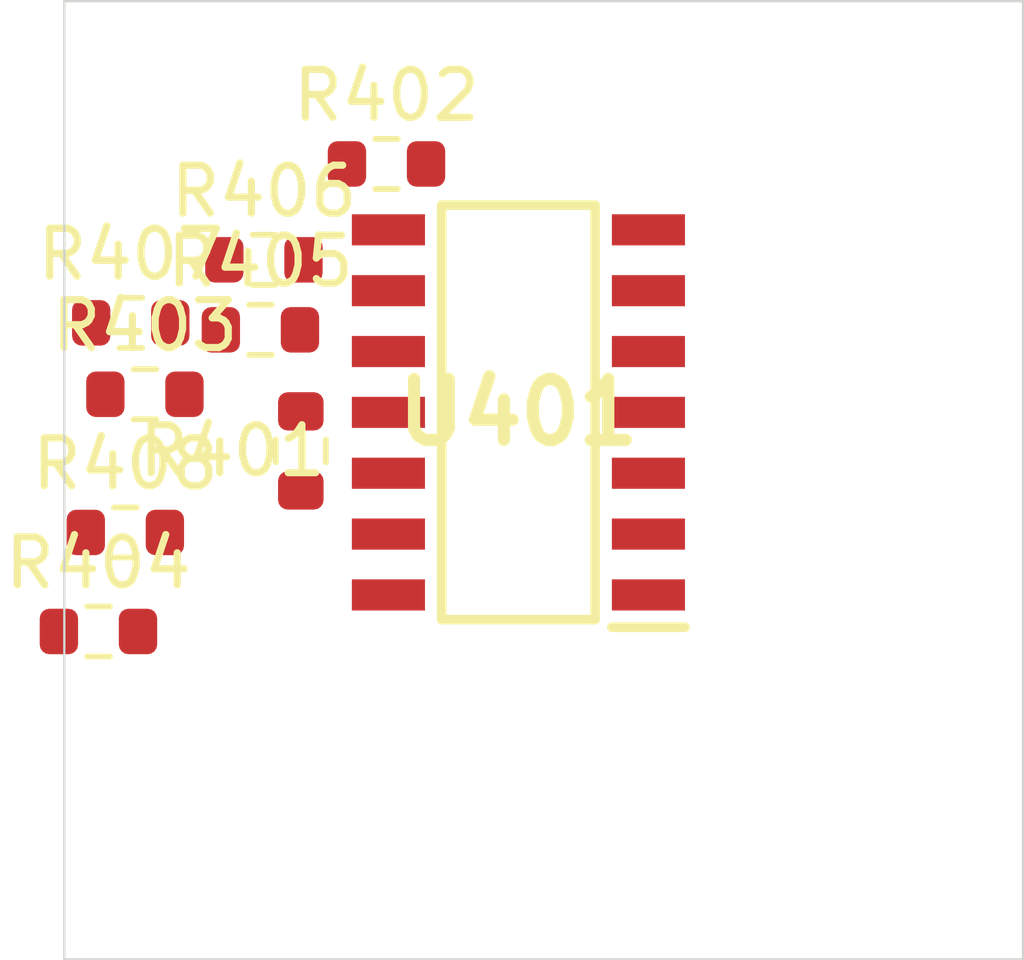
<source format=kicad_pcb>
 ( kicad_pcb  ( version 20171130 )
 ( host pcbnew 5.1.12-84ad8e8a86~92~ubuntu18.04.1 )
 ( general  ( thickness 1.6 )
 ( drawings 4 )
 ( tracks 0 )
 ( zones 0 )
 ( modules 9 )
 ( nets 14 )
)
 ( page A4 )
 ( layers  ( 0 F.Cu signal )
 ( 31 B.Cu signal )
 ( 32 B.Adhes user )
 ( 33 F.Adhes user )
 ( 34 B.Paste user )
 ( 35 F.Paste user )
 ( 36 B.SilkS user )
 ( 37 F.SilkS user )
 ( 38 B.Mask user )
 ( 39 F.Mask user )
 ( 40 Dwgs.User user )
 ( 41 Cmts.User user )
 ( 42 Eco1.User user )
 ( 43 Eco2.User user )
 ( 44 Edge.Cuts user )
 ( 45 Margin user )
 ( 46 B.CrtYd user )
 ( 47 F.CrtYd user )
 ( 48 B.Fab user )
 ( 49 F.Fab user )
)
 ( setup  ( last_trace_width 0.25 )
 ( trace_clearance 0.2 )
 ( zone_clearance 0.508 )
 ( zone_45_only no )
 ( trace_min 0.2 )
 ( via_size 0.8 )
 ( via_drill 0.4 )
 ( via_min_size 0.4 )
 ( via_min_drill 0.3 )
 ( uvia_size 0.3 )
 ( uvia_drill 0.1 )
 ( uvias_allowed no )
 ( uvia_min_size 0.2 )
 ( uvia_min_drill 0.1 )
 ( edge_width 0.05 )
 ( segment_width 0.2 )
 ( pcb_text_width 0.3 )
 ( pcb_text_size 1.5 1.5 )
 ( mod_edge_width 0.12 )
 ( mod_text_size 1 1 )
 ( mod_text_width 0.15 )
 ( pad_size 1.524 1.524 )
 ( pad_drill 0.762 )
 ( pad_to_mask_clearance 0 )
 ( aux_axis_origin 0 0 )
 ( visible_elements FFFFFF7F )
 ( pcbplotparams  ( layerselection 0x010fc_ffffffff )
 ( usegerberextensions false )
 ( usegerberattributes true )
 ( usegerberadvancedattributes true )
 ( creategerberjobfile true )
 ( excludeedgelayer true )
 ( linewidth 0.100000 )
 ( plotframeref false )
 ( viasonmask false )
 ( mode 1 )
 ( useauxorigin false )
 ( hpglpennumber 1 )
 ( hpglpenspeed 20 )
 ( hpglpendiameter 15.000000 )
 ( psnegative false )
 ( psa4output false )
 ( plotreference true )
 ( plotvalue true )
 ( plotinvisibletext false )
 ( padsonsilk false )
 ( subtractmaskfromsilk false )
 ( outputformat 1 )
 ( mirror false )
 ( drillshape 1 )
 ( scaleselection 1 )
 ( outputdirectory "" )
)
)
 ( net 0 "" )
 ( net 1 /Sheet6235D886/vp )
 ( net 2 /Sheet6248AD22/chn0 )
 ( net 3 /Sheet6248AD22/chn1 )
 ( net 4 /Sheet6248AD22/chn2 )
 ( net 5 /Sheet6248AD22/chn3 )
 ( net 6 "Net-(R401-Pad2)" )
 ( net 7 "Net-(R402-Pad2)" )
 ( net 8 "Net-(R403-Pad2)" )
 ( net 9 "Net-(R404-Pad2)" )
 ( net 10 /Sheet6248AD22/chn0_n )
 ( net 11 /Sheet6248AD22/chn1_n )
 ( net 12 /Sheet6248AD22/chn2_n )
 ( net 13 /Sheet6248AD22/chn3_n )
 ( net_class Default "This is the default net class."  ( clearance 0.2 )
 ( trace_width 0.25 )
 ( via_dia 0.8 )
 ( via_drill 0.4 )
 ( uvia_dia 0.3 )
 ( uvia_drill 0.1 )
 ( add_net /Sheet6235D886/vp )
 ( add_net /Sheet6248AD22/chn0 )
 ( add_net /Sheet6248AD22/chn0_n )
 ( add_net /Sheet6248AD22/chn1 )
 ( add_net /Sheet6248AD22/chn1_n )
 ( add_net /Sheet6248AD22/chn2 )
 ( add_net /Sheet6248AD22/chn2_n )
 ( add_net /Sheet6248AD22/chn3 )
 ( add_net /Sheet6248AD22/chn3_n )
 ( add_net "Net-(R401-Pad2)" )
 ( add_net "Net-(R402-Pad2)" )
 ( add_net "Net-(R403-Pad2)" )
 ( add_net "Net-(R404-Pad2)" )
)
 ( module Resistor_SMD:R_0603_1608Metric  ( layer F.Cu )
 ( tedit 5F68FEEE )
 ( tstamp 623425C8 )
 ( at 84.933600 109.386000 90.000000 )
 ( descr "Resistor SMD 0603 (1608 Metric), square (rectangular) end terminal, IPC_7351 nominal, (Body size source: IPC-SM-782 page 72, https://www.pcb-3d.com/wordpress/wp-content/uploads/ipc-sm-782a_amendment_1_and_2.pdf), generated with kicad-footprint-generator" )
 ( tags resistor )
 ( path /6248AD23/6249ADFD )
 ( attr smd )
 ( fp_text reference R401  ( at 0 -1.43 )
 ( layer F.SilkS )
 ( effects  ( font  ( size 1 1 )
 ( thickness 0.15 )
)
)
)
 ( fp_text value 10M  ( at 0 1.43 )
 ( layer F.Fab )
 ( effects  ( font  ( size 1 1 )
 ( thickness 0.15 )
)
)
)
 ( fp_line  ( start -0.8 0.4125 )
 ( end -0.8 -0.4125 )
 ( layer F.Fab )
 ( width 0.1 )
)
 ( fp_line  ( start -0.8 -0.4125 )
 ( end 0.8 -0.4125 )
 ( layer F.Fab )
 ( width 0.1 )
)
 ( fp_line  ( start 0.8 -0.4125 )
 ( end 0.8 0.4125 )
 ( layer F.Fab )
 ( width 0.1 )
)
 ( fp_line  ( start 0.8 0.4125 )
 ( end -0.8 0.4125 )
 ( layer F.Fab )
 ( width 0.1 )
)
 ( fp_line  ( start -0.237258 -0.5225 )
 ( end 0.237258 -0.5225 )
 ( layer F.SilkS )
 ( width 0.12 )
)
 ( fp_line  ( start -0.237258 0.5225 )
 ( end 0.237258 0.5225 )
 ( layer F.SilkS )
 ( width 0.12 )
)
 ( fp_line  ( start -1.48 0.73 )
 ( end -1.48 -0.73 )
 ( layer F.CrtYd )
 ( width 0.05 )
)
 ( fp_line  ( start -1.48 -0.73 )
 ( end 1.48 -0.73 )
 ( layer F.CrtYd )
 ( width 0.05 )
)
 ( fp_line  ( start 1.48 -0.73 )
 ( end 1.48 0.73 )
 ( layer F.CrtYd )
 ( width 0.05 )
)
 ( fp_line  ( start 1.48 0.73 )
 ( end -1.48 0.73 )
 ( layer F.CrtYd )
 ( width 0.05 )
)
 ( fp_text user %R  ( at 0 0 )
 ( layer F.Fab )
 ( effects  ( font  ( size 0.4 0.4 )
 ( thickness 0.06 )
)
)
)
 ( pad 2 smd roundrect  ( at 0.825 0 90.000000 )
 ( size 0.8 0.95 )
 ( layers F.Cu F.Mask F.Paste )
 ( roundrect_rratio 0.25 )
 ( net 6 "Net-(R401-Pad2)" )
)
 ( pad 1 smd roundrect  ( at -0.825 0 90.000000 )
 ( size 0.8 0.95 )
 ( layers F.Cu F.Mask F.Paste )
 ( roundrect_rratio 0.25 )
 ( net 10 /Sheet6248AD22/chn0_n )
)
 ( model ${KISYS3DMOD}/Resistor_SMD.3dshapes/R_0603_1608Metric.wrl  ( at  ( xyz 0 0 0 )
)
 ( scale  ( xyz 1 1 1 )
)
 ( rotate  ( xyz 0 0 0 )
)
)
)
 ( module Resistor_SMD:R_0603_1608Metric  ( layer F.Cu )
 ( tedit 5F68FEEE )
 ( tstamp 623425D9 )
 ( at 86.720800 103.397000 )
 ( descr "Resistor SMD 0603 (1608 Metric), square (rectangular) end terminal, IPC_7351 nominal, (Body size source: IPC-SM-782 page 72, https://www.pcb-3d.com/wordpress/wp-content/uploads/ipc-sm-782a_amendment_1_and_2.pdf), generated with kicad-footprint-generator" )
 ( tags resistor )
 ( path /6248AD23/6249B75E )
 ( attr smd )
 ( fp_text reference R402  ( at 0 -1.43 )
 ( layer F.SilkS )
 ( effects  ( font  ( size 1 1 )
 ( thickness 0.15 )
)
)
)
 ( fp_text value 10M  ( at 0 1.43 )
 ( layer F.Fab )
 ( effects  ( font  ( size 1 1 )
 ( thickness 0.15 )
)
)
)
 ( fp_line  ( start 1.48 0.73 )
 ( end -1.48 0.73 )
 ( layer F.CrtYd )
 ( width 0.05 )
)
 ( fp_line  ( start 1.48 -0.73 )
 ( end 1.48 0.73 )
 ( layer F.CrtYd )
 ( width 0.05 )
)
 ( fp_line  ( start -1.48 -0.73 )
 ( end 1.48 -0.73 )
 ( layer F.CrtYd )
 ( width 0.05 )
)
 ( fp_line  ( start -1.48 0.73 )
 ( end -1.48 -0.73 )
 ( layer F.CrtYd )
 ( width 0.05 )
)
 ( fp_line  ( start -0.237258 0.5225 )
 ( end 0.237258 0.5225 )
 ( layer F.SilkS )
 ( width 0.12 )
)
 ( fp_line  ( start -0.237258 -0.5225 )
 ( end 0.237258 -0.5225 )
 ( layer F.SilkS )
 ( width 0.12 )
)
 ( fp_line  ( start 0.8 0.4125 )
 ( end -0.8 0.4125 )
 ( layer F.Fab )
 ( width 0.1 )
)
 ( fp_line  ( start 0.8 -0.4125 )
 ( end 0.8 0.4125 )
 ( layer F.Fab )
 ( width 0.1 )
)
 ( fp_line  ( start -0.8 -0.4125 )
 ( end 0.8 -0.4125 )
 ( layer F.Fab )
 ( width 0.1 )
)
 ( fp_line  ( start -0.8 0.4125 )
 ( end -0.8 -0.4125 )
 ( layer F.Fab )
 ( width 0.1 )
)
 ( fp_text user %R  ( at 0 0 )
 ( layer F.Fab )
 ( effects  ( font  ( size 0.4 0.4 )
 ( thickness 0.06 )
)
)
)
 ( pad 1 smd roundrect  ( at -0.825 0 )
 ( size 0.8 0.95 )
 ( layers F.Cu F.Mask F.Paste )
 ( roundrect_rratio 0.25 )
 ( net 11 /Sheet6248AD22/chn1_n )
)
 ( pad 2 smd roundrect  ( at 0.825 0 )
 ( size 0.8 0.95 )
 ( layers F.Cu F.Mask F.Paste )
 ( roundrect_rratio 0.25 )
 ( net 7 "Net-(R402-Pad2)" )
)
 ( model ${KISYS3DMOD}/Resistor_SMD.3dshapes/R_0603_1608Metric.wrl  ( at  ( xyz 0 0 0 )
)
 ( scale  ( xyz 1 1 1 )
)
 ( rotate  ( xyz 0 0 0 )
)
)
)
 ( module Resistor_SMD:R_0603_1608Metric  ( layer F.Cu )
 ( tedit 5F68FEEE )
 ( tstamp 623425EA )
 ( at 81.681300 108.204000 )
 ( descr "Resistor SMD 0603 (1608 Metric), square (rectangular) end terminal, IPC_7351 nominal, (Body size source: IPC-SM-782 page 72, https://www.pcb-3d.com/wordpress/wp-content/uploads/ipc-sm-782a_amendment_1_and_2.pdf), generated with kicad-footprint-generator" )
 ( tags resistor )
 ( path /6248AD23/6249FB7A )
 ( attr smd )
 ( fp_text reference R403  ( at 0 -1.43 )
 ( layer F.SilkS )
 ( effects  ( font  ( size 1 1 )
 ( thickness 0.15 )
)
)
)
 ( fp_text value 10M  ( at 0 1.43 )
 ( layer F.Fab )
 ( effects  ( font  ( size 1 1 )
 ( thickness 0.15 )
)
)
)
 ( fp_line  ( start 1.48 0.73 )
 ( end -1.48 0.73 )
 ( layer F.CrtYd )
 ( width 0.05 )
)
 ( fp_line  ( start 1.48 -0.73 )
 ( end 1.48 0.73 )
 ( layer F.CrtYd )
 ( width 0.05 )
)
 ( fp_line  ( start -1.48 -0.73 )
 ( end 1.48 -0.73 )
 ( layer F.CrtYd )
 ( width 0.05 )
)
 ( fp_line  ( start -1.48 0.73 )
 ( end -1.48 -0.73 )
 ( layer F.CrtYd )
 ( width 0.05 )
)
 ( fp_line  ( start -0.237258 0.5225 )
 ( end 0.237258 0.5225 )
 ( layer F.SilkS )
 ( width 0.12 )
)
 ( fp_line  ( start -0.237258 -0.5225 )
 ( end 0.237258 -0.5225 )
 ( layer F.SilkS )
 ( width 0.12 )
)
 ( fp_line  ( start 0.8 0.4125 )
 ( end -0.8 0.4125 )
 ( layer F.Fab )
 ( width 0.1 )
)
 ( fp_line  ( start 0.8 -0.4125 )
 ( end 0.8 0.4125 )
 ( layer F.Fab )
 ( width 0.1 )
)
 ( fp_line  ( start -0.8 -0.4125 )
 ( end 0.8 -0.4125 )
 ( layer F.Fab )
 ( width 0.1 )
)
 ( fp_line  ( start -0.8 0.4125 )
 ( end -0.8 -0.4125 )
 ( layer F.Fab )
 ( width 0.1 )
)
 ( fp_text user %R  ( at 0 0 )
 ( layer F.Fab )
 ( effects  ( font  ( size 0.4 0.4 )
 ( thickness 0.06 )
)
)
)
 ( pad 1 smd roundrect  ( at -0.825 0 )
 ( size 0.8 0.95 )
 ( layers F.Cu F.Mask F.Paste )
 ( roundrect_rratio 0.25 )
 ( net 12 /Sheet6248AD22/chn2_n )
)
 ( pad 2 smd roundrect  ( at 0.825 0 )
 ( size 0.8 0.95 )
 ( layers F.Cu F.Mask F.Paste )
 ( roundrect_rratio 0.25 )
 ( net 8 "Net-(R403-Pad2)" )
)
 ( model ${KISYS3DMOD}/Resistor_SMD.3dshapes/R_0603_1608Metric.wrl  ( at  ( xyz 0 0 0 )
)
 ( scale  ( xyz 1 1 1 )
)
 ( rotate  ( xyz 0 0 0 )
)
)
)
 ( module Resistor_SMD:R_0603_1608Metric  ( layer F.Cu )
 ( tedit 5F68FEEE )
 ( tstamp 623425FB )
 ( at 80.711900 113.155000 )
 ( descr "Resistor SMD 0603 (1608 Metric), square (rectangular) end terminal, IPC_7351 nominal, (Body size source: IPC-SM-782 page 72, https://www.pcb-3d.com/wordpress/wp-content/uploads/ipc-sm-782a_amendment_1_and_2.pdf), generated with kicad-footprint-generator" )
 ( tags resistor )
 ( path /6248AD23/6249FB74 )
 ( attr smd )
 ( fp_text reference R404  ( at 0 -1.43 )
 ( layer F.SilkS )
 ( effects  ( font  ( size 1 1 )
 ( thickness 0.15 )
)
)
)
 ( fp_text value 10M  ( at 0 1.43 )
 ( layer F.Fab )
 ( effects  ( font  ( size 1 1 )
 ( thickness 0.15 )
)
)
)
 ( fp_line  ( start -0.8 0.4125 )
 ( end -0.8 -0.4125 )
 ( layer F.Fab )
 ( width 0.1 )
)
 ( fp_line  ( start -0.8 -0.4125 )
 ( end 0.8 -0.4125 )
 ( layer F.Fab )
 ( width 0.1 )
)
 ( fp_line  ( start 0.8 -0.4125 )
 ( end 0.8 0.4125 )
 ( layer F.Fab )
 ( width 0.1 )
)
 ( fp_line  ( start 0.8 0.4125 )
 ( end -0.8 0.4125 )
 ( layer F.Fab )
 ( width 0.1 )
)
 ( fp_line  ( start -0.237258 -0.5225 )
 ( end 0.237258 -0.5225 )
 ( layer F.SilkS )
 ( width 0.12 )
)
 ( fp_line  ( start -0.237258 0.5225 )
 ( end 0.237258 0.5225 )
 ( layer F.SilkS )
 ( width 0.12 )
)
 ( fp_line  ( start -1.48 0.73 )
 ( end -1.48 -0.73 )
 ( layer F.CrtYd )
 ( width 0.05 )
)
 ( fp_line  ( start -1.48 -0.73 )
 ( end 1.48 -0.73 )
 ( layer F.CrtYd )
 ( width 0.05 )
)
 ( fp_line  ( start 1.48 -0.73 )
 ( end 1.48 0.73 )
 ( layer F.CrtYd )
 ( width 0.05 )
)
 ( fp_line  ( start 1.48 0.73 )
 ( end -1.48 0.73 )
 ( layer F.CrtYd )
 ( width 0.05 )
)
 ( fp_text user %R  ( at 0 0 )
 ( layer F.Fab )
 ( effects  ( font  ( size 0.4 0.4 )
 ( thickness 0.06 )
)
)
)
 ( pad 2 smd roundrect  ( at 0.825 0 )
 ( size 0.8 0.95 )
 ( layers F.Cu F.Mask F.Paste )
 ( roundrect_rratio 0.25 )
 ( net 9 "Net-(R404-Pad2)" )
)
 ( pad 1 smd roundrect  ( at -0.825 0 )
 ( size 0.8 0.95 )
 ( layers F.Cu F.Mask F.Paste )
 ( roundrect_rratio 0.25 )
 ( net 13 /Sheet6248AD22/chn3_n )
)
 ( model ${KISYS3DMOD}/Resistor_SMD.3dshapes/R_0603_1608Metric.wrl  ( at  ( xyz 0 0 0 )
)
 ( scale  ( xyz 1 1 1 )
)
 ( rotate  ( xyz 0 0 0 )
)
)
)
 ( module Resistor_SMD:R_0603_1608Metric  ( layer F.Cu )
 ( tedit 5F68FEEE )
 ( tstamp 6234260C )
 ( at 84.090600 106.859000 )
 ( descr "Resistor SMD 0603 (1608 Metric), square (rectangular) end terminal, IPC_7351 nominal, (Body size source: IPC-SM-782 page 72, https://www.pcb-3d.com/wordpress/wp-content/uploads/ipc-sm-782a_amendment_1_and_2.pdf), generated with kicad-footprint-generator" )
 ( tags resistor )
 ( path /6248AD23/62497F62 )
 ( attr smd )
 ( fp_text reference R405  ( at 0 -1.43 )
 ( layer F.SilkS )
 ( effects  ( font  ( size 1 1 )
 ( thickness 0.15 )
)
)
)
 ( fp_text value 750k  ( at 0 1.43 )
 ( layer F.Fab )
 ( effects  ( font  ( size 1 1 )
 ( thickness 0.15 )
)
)
)
 ( fp_line  ( start -0.8 0.4125 )
 ( end -0.8 -0.4125 )
 ( layer F.Fab )
 ( width 0.1 )
)
 ( fp_line  ( start -0.8 -0.4125 )
 ( end 0.8 -0.4125 )
 ( layer F.Fab )
 ( width 0.1 )
)
 ( fp_line  ( start 0.8 -0.4125 )
 ( end 0.8 0.4125 )
 ( layer F.Fab )
 ( width 0.1 )
)
 ( fp_line  ( start 0.8 0.4125 )
 ( end -0.8 0.4125 )
 ( layer F.Fab )
 ( width 0.1 )
)
 ( fp_line  ( start -0.237258 -0.5225 )
 ( end 0.237258 -0.5225 )
 ( layer F.SilkS )
 ( width 0.12 )
)
 ( fp_line  ( start -0.237258 0.5225 )
 ( end 0.237258 0.5225 )
 ( layer F.SilkS )
 ( width 0.12 )
)
 ( fp_line  ( start -1.48 0.73 )
 ( end -1.48 -0.73 )
 ( layer F.CrtYd )
 ( width 0.05 )
)
 ( fp_line  ( start -1.48 -0.73 )
 ( end 1.48 -0.73 )
 ( layer F.CrtYd )
 ( width 0.05 )
)
 ( fp_line  ( start 1.48 -0.73 )
 ( end 1.48 0.73 )
 ( layer F.CrtYd )
 ( width 0.05 )
)
 ( fp_line  ( start 1.48 0.73 )
 ( end -1.48 0.73 )
 ( layer F.CrtYd )
 ( width 0.05 )
)
 ( fp_text user %R  ( at 0 0 )
 ( layer F.Fab )
 ( effects  ( font  ( size 0.4 0.4 )
 ( thickness 0.06 )
)
)
)
 ( pad 2 smd roundrect  ( at 0.825 0 )
 ( size 0.8 0.95 )
 ( layers F.Cu F.Mask F.Paste )
 ( roundrect_rratio 0.25 )
 ( net 6 "Net-(R401-Pad2)" )
)
 ( pad 1 smd roundrect  ( at -0.825 0 )
 ( size 0.8 0.95 )
 ( layers F.Cu F.Mask F.Paste )
 ( roundrect_rratio 0.25 )
 ( net 1 /Sheet6235D886/vp )
)
 ( model ${KISYS3DMOD}/Resistor_SMD.3dshapes/R_0603_1608Metric.wrl  ( at  ( xyz 0 0 0 )
)
 ( scale  ( xyz 1 1 1 )
)
 ( rotate  ( xyz 0 0 0 )
)
)
)
 ( module Resistor_SMD:R_0603_1608Metric  ( layer F.Cu )
 ( tedit 5F68FEEE )
 ( tstamp 6234261D )
 ( at 84.163700 105.398000 )
 ( descr "Resistor SMD 0603 (1608 Metric), square (rectangular) end terminal, IPC_7351 nominal, (Body size source: IPC-SM-782 page 72, https://www.pcb-3d.com/wordpress/wp-content/uploads/ipc-sm-782a_amendment_1_and_2.pdf), generated with kicad-footprint-generator" )
 ( tags resistor )
 ( path /6248AD23/62499098 )
 ( attr smd )
 ( fp_text reference R406  ( at 0 -1.43 )
 ( layer F.SilkS )
 ( effects  ( font  ( size 1 1 )
 ( thickness 0.15 )
)
)
)
 ( fp_text value 750k  ( at 0 1.43 )
 ( layer F.Fab )
 ( effects  ( font  ( size 1 1 )
 ( thickness 0.15 )
)
)
)
 ( fp_line  ( start 1.48 0.73 )
 ( end -1.48 0.73 )
 ( layer F.CrtYd )
 ( width 0.05 )
)
 ( fp_line  ( start 1.48 -0.73 )
 ( end 1.48 0.73 )
 ( layer F.CrtYd )
 ( width 0.05 )
)
 ( fp_line  ( start -1.48 -0.73 )
 ( end 1.48 -0.73 )
 ( layer F.CrtYd )
 ( width 0.05 )
)
 ( fp_line  ( start -1.48 0.73 )
 ( end -1.48 -0.73 )
 ( layer F.CrtYd )
 ( width 0.05 )
)
 ( fp_line  ( start -0.237258 0.5225 )
 ( end 0.237258 0.5225 )
 ( layer F.SilkS )
 ( width 0.12 )
)
 ( fp_line  ( start -0.237258 -0.5225 )
 ( end 0.237258 -0.5225 )
 ( layer F.SilkS )
 ( width 0.12 )
)
 ( fp_line  ( start 0.8 0.4125 )
 ( end -0.8 0.4125 )
 ( layer F.Fab )
 ( width 0.1 )
)
 ( fp_line  ( start 0.8 -0.4125 )
 ( end 0.8 0.4125 )
 ( layer F.Fab )
 ( width 0.1 )
)
 ( fp_line  ( start -0.8 -0.4125 )
 ( end 0.8 -0.4125 )
 ( layer F.Fab )
 ( width 0.1 )
)
 ( fp_line  ( start -0.8 0.4125 )
 ( end -0.8 -0.4125 )
 ( layer F.Fab )
 ( width 0.1 )
)
 ( fp_text user %R  ( at 0 0 )
 ( layer F.Fab )
 ( effects  ( font  ( size 0.4 0.4 )
 ( thickness 0.06 )
)
)
)
 ( pad 1 smd roundrect  ( at -0.825 0 )
 ( size 0.8 0.95 )
 ( layers F.Cu F.Mask F.Paste )
 ( roundrect_rratio 0.25 )
 ( net 1 /Sheet6235D886/vp )
)
 ( pad 2 smd roundrect  ( at 0.825 0 )
 ( size 0.8 0.95 )
 ( layers F.Cu F.Mask F.Paste )
 ( roundrect_rratio 0.25 )
 ( net 7 "Net-(R402-Pad2)" )
)
 ( model ${KISYS3DMOD}/Resistor_SMD.3dshapes/R_0603_1608Metric.wrl  ( at  ( xyz 0 0 0 )
)
 ( scale  ( xyz 1 1 1 )
)
 ( rotate  ( xyz 0 0 0 )
)
)
)
 ( module Resistor_SMD:R_0603_1608Metric  ( layer F.Cu )
 ( tedit 5F68FEEE )
 ( tstamp 6234262E )
 ( at 81.386100 106.714000 )
 ( descr "Resistor SMD 0603 (1608 Metric), square (rectangular) end terminal, IPC_7351 nominal, (Body size source: IPC-SM-782 page 72, https://www.pcb-3d.com/wordpress/wp-content/uploads/ipc-sm-782a_amendment_1_and_2.pdf), generated with kicad-footprint-generator" )
 ( tags resistor )
 ( path /6248AD23/624A0FFB )
 ( attr smd )
 ( fp_text reference R407  ( at 0 -1.43 )
 ( layer F.SilkS )
 ( effects  ( font  ( size 1 1 )
 ( thickness 0.15 )
)
)
)
 ( fp_text value 1.5M  ( at 0 1.43 )
 ( layer F.Fab )
 ( effects  ( font  ( size 1 1 )
 ( thickness 0.15 )
)
)
)
 ( fp_line  ( start 1.48 0.73 )
 ( end -1.48 0.73 )
 ( layer F.CrtYd )
 ( width 0.05 )
)
 ( fp_line  ( start 1.48 -0.73 )
 ( end 1.48 0.73 )
 ( layer F.CrtYd )
 ( width 0.05 )
)
 ( fp_line  ( start -1.48 -0.73 )
 ( end 1.48 -0.73 )
 ( layer F.CrtYd )
 ( width 0.05 )
)
 ( fp_line  ( start -1.48 0.73 )
 ( end -1.48 -0.73 )
 ( layer F.CrtYd )
 ( width 0.05 )
)
 ( fp_line  ( start -0.237258 0.5225 )
 ( end 0.237258 0.5225 )
 ( layer F.SilkS )
 ( width 0.12 )
)
 ( fp_line  ( start -0.237258 -0.5225 )
 ( end 0.237258 -0.5225 )
 ( layer F.SilkS )
 ( width 0.12 )
)
 ( fp_line  ( start 0.8 0.4125 )
 ( end -0.8 0.4125 )
 ( layer F.Fab )
 ( width 0.1 )
)
 ( fp_line  ( start 0.8 -0.4125 )
 ( end 0.8 0.4125 )
 ( layer F.Fab )
 ( width 0.1 )
)
 ( fp_line  ( start -0.8 -0.4125 )
 ( end 0.8 -0.4125 )
 ( layer F.Fab )
 ( width 0.1 )
)
 ( fp_line  ( start -0.8 0.4125 )
 ( end -0.8 -0.4125 )
 ( layer F.Fab )
 ( width 0.1 )
)
 ( fp_text user %R  ( at 0 0 )
 ( layer F.Fab )
 ( effects  ( font  ( size 0.4 0.4 )
 ( thickness 0.06 )
)
)
)
 ( pad 1 smd roundrect  ( at -0.825 0 )
 ( size 0.8 0.95 )
 ( layers F.Cu F.Mask F.Paste )
 ( roundrect_rratio 0.25 )
 ( net 1 /Sheet6235D886/vp )
)
 ( pad 2 smd roundrect  ( at 0.825 0 )
 ( size 0.8 0.95 )
 ( layers F.Cu F.Mask F.Paste )
 ( roundrect_rratio 0.25 )
 ( net 8 "Net-(R403-Pad2)" )
)
 ( model ${KISYS3DMOD}/Resistor_SMD.3dshapes/R_0603_1608Metric.wrl  ( at  ( xyz 0 0 0 )
)
 ( scale  ( xyz 1 1 1 )
)
 ( rotate  ( xyz 0 0 0 )
)
)
)
 ( module Resistor_SMD:R_0603_1608Metric  ( layer F.Cu )
 ( tedit 5F68FEEE )
 ( tstamp 6234263F )
 ( at 81.272800 111.088000 )
 ( descr "Resistor SMD 0603 (1608 Metric), square (rectangular) end terminal, IPC_7351 nominal, (Body size source: IPC-SM-782 page 72, https://www.pcb-3d.com/wordpress/wp-content/uploads/ipc-sm-782a_amendment_1_and_2.pdf), generated with kicad-footprint-generator" )
 ( tags resistor )
 ( path /6248AD23/624A093C )
 ( attr smd )
 ( fp_text reference R408  ( at 0 -1.43 )
 ( layer F.SilkS )
 ( effects  ( font  ( size 1 1 )
 ( thickness 0.15 )
)
)
)
 ( fp_text value 1.5M  ( at 0 1.43 )
 ( layer F.Fab )
 ( effects  ( font  ( size 1 1 )
 ( thickness 0.15 )
)
)
)
 ( fp_line  ( start -0.8 0.4125 )
 ( end -0.8 -0.4125 )
 ( layer F.Fab )
 ( width 0.1 )
)
 ( fp_line  ( start -0.8 -0.4125 )
 ( end 0.8 -0.4125 )
 ( layer F.Fab )
 ( width 0.1 )
)
 ( fp_line  ( start 0.8 -0.4125 )
 ( end 0.8 0.4125 )
 ( layer F.Fab )
 ( width 0.1 )
)
 ( fp_line  ( start 0.8 0.4125 )
 ( end -0.8 0.4125 )
 ( layer F.Fab )
 ( width 0.1 )
)
 ( fp_line  ( start -0.237258 -0.5225 )
 ( end 0.237258 -0.5225 )
 ( layer F.SilkS )
 ( width 0.12 )
)
 ( fp_line  ( start -0.237258 0.5225 )
 ( end 0.237258 0.5225 )
 ( layer F.SilkS )
 ( width 0.12 )
)
 ( fp_line  ( start -1.48 0.73 )
 ( end -1.48 -0.73 )
 ( layer F.CrtYd )
 ( width 0.05 )
)
 ( fp_line  ( start -1.48 -0.73 )
 ( end 1.48 -0.73 )
 ( layer F.CrtYd )
 ( width 0.05 )
)
 ( fp_line  ( start 1.48 -0.73 )
 ( end 1.48 0.73 )
 ( layer F.CrtYd )
 ( width 0.05 )
)
 ( fp_line  ( start 1.48 0.73 )
 ( end -1.48 0.73 )
 ( layer F.CrtYd )
 ( width 0.05 )
)
 ( fp_text user %R  ( at 0 0 )
 ( layer F.Fab )
 ( effects  ( font  ( size 0.4 0.4 )
 ( thickness 0.06 )
)
)
)
 ( pad 2 smd roundrect  ( at 0.825 0 )
 ( size 0.8 0.95 )
 ( layers F.Cu F.Mask F.Paste )
 ( roundrect_rratio 0.25 )
 ( net 9 "Net-(R404-Pad2)" )
)
 ( pad 1 smd roundrect  ( at -0.825 0 )
 ( size 0.8 0.95 )
 ( layers F.Cu F.Mask F.Paste )
 ( roundrect_rratio 0.25 )
 ( net 1 /Sheet6235D886/vp )
)
 ( model ${KISYS3DMOD}/Resistor_SMD.3dshapes/R_0603_1608Metric.wrl  ( at  ( xyz 0 0 0 )
)
 ( scale  ( xyz 1 1 1 )
)
 ( rotate  ( xyz 0 0 0 )
)
)
)
 ( module TL074HIDR:SOIC127P600X175-14N locked  ( layer F.Cu )
 ( tedit 62336F37 )
 ( tstamp 62342709 )
 ( at 89.472900 108.582000 180.000000 )
 ( descr "D (-R-PDSO-G14)" )
 ( tags "Integrated Circuit" )
 ( path /6248AD23/624976B2 )
 ( attr smd )
 ( fp_text reference U401  ( at 0 0 )
 ( layer F.SilkS )
 ( effects  ( font  ( size 1.27 1.27 )
 ( thickness 0.254 )
)
)
)
 ( fp_text value TL074  ( at 0 0 )
 ( layer F.SilkS )
hide  ( effects  ( font  ( size 1.27 1.27 )
 ( thickness 0.254 )
)
)
)
 ( fp_line  ( start -3.725 -4.625 )
 ( end 3.725 -4.625 )
 ( layer Dwgs.User )
 ( width 0.05 )
)
 ( fp_line  ( start 3.725 -4.625 )
 ( end 3.725 4.625 )
 ( layer Dwgs.User )
 ( width 0.05 )
)
 ( fp_line  ( start 3.725 4.625 )
 ( end -3.725 4.625 )
 ( layer Dwgs.User )
 ( width 0.05 )
)
 ( fp_line  ( start -3.725 4.625 )
 ( end -3.725 -4.625 )
 ( layer Dwgs.User )
 ( width 0.05 )
)
 ( fp_line  ( start -1.95 -4.325 )
 ( end 1.95 -4.325 )
 ( layer Dwgs.User )
 ( width 0.1 )
)
 ( fp_line  ( start 1.95 -4.325 )
 ( end 1.95 4.325 )
 ( layer Dwgs.User )
 ( width 0.1 )
)
 ( fp_line  ( start 1.95 4.325 )
 ( end -1.95 4.325 )
 ( layer Dwgs.User )
 ( width 0.1 )
)
 ( fp_line  ( start -1.95 4.325 )
 ( end -1.95 -4.325 )
 ( layer Dwgs.User )
 ( width 0.1 )
)
 ( fp_line  ( start -1.95 -3.055 )
 ( end -0.68 -4.325 )
 ( layer Dwgs.User )
 ( width 0.1 )
)
 ( fp_line  ( start -1.6 -4.325 )
 ( end 1.6 -4.325 )
 ( layer F.SilkS )
 ( width 0.2 )
)
 ( fp_line  ( start 1.6 -4.325 )
 ( end 1.6 4.325 )
 ( layer F.SilkS )
 ( width 0.2 )
)
 ( fp_line  ( start 1.6 4.325 )
 ( end -1.6 4.325 )
 ( layer F.SilkS )
 ( width 0.2 )
)
 ( fp_line  ( start -1.6 4.325 )
 ( end -1.6 -4.325 )
 ( layer F.SilkS )
 ( width 0.2 )
)
 ( fp_line  ( start -3.475 -4.485 )
 ( end -1.95 -4.485 )
 ( layer F.SilkS )
 ( width 0.2 )
)
 ( pad 1 smd rect  ( at -2.712 -3.81 270.000000 )
 ( size 0.65 1.525 )
 ( layers F.Cu F.Mask F.Paste )
 ( net 2 /Sheet6248AD22/chn0 )
)
 ( pad 2 smd rect  ( at -2.712 -2.54 270.000000 )
 ( size 0.65 1.525 )
 ( layers F.Cu F.Mask F.Paste )
 ( net 2 /Sheet6248AD22/chn0 )
)
 ( pad 3 smd rect  ( at -2.712 -1.27 270.000000 )
 ( size 0.65 1.525 )
 ( layers F.Cu F.Mask F.Paste )
 ( net 6 "Net-(R401-Pad2)" )
)
 ( pad 4 smd rect  ( at -2.712 0 270.000000 )
 ( size 0.65 1.525 )
 ( layers F.Cu F.Mask F.Paste )
)
 ( pad 5 smd rect  ( at -2.712 1.27 270.000000 )
 ( size 0.65 1.525 )
 ( layers F.Cu F.Mask F.Paste )
 ( net 7 "Net-(R402-Pad2)" )
)
 ( pad 6 smd rect  ( at -2.712 2.54 270.000000 )
 ( size 0.65 1.525 )
 ( layers F.Cu F.Mask F.Paste )
 ( net 3 /Sheet6248AD22/chn1 )
)
 ( pad 7 smd rect  ( at -2.712 3.81 270.000000 )
 ( size 0.65 1.525 )
 ( layers F.Cu F.Mask F.Paste )
 ( net 3 /Sheet6248AD22/chn1 )
)
 ( pad 8 smd rect  ( at 2.712 3.81 270.000000 )
 ( size 0.65 1.525 )
 ( layers F.Cu F.Mask F.Paste )
 ( net 4 /Sheet6248AD22/chn2 )
)
 ( pad 9 smd rect  ( at 2.712 2.54 270.000000 )
 ( size 0.65 1.525 )
 ( layers F.Cu F.Mask F.Paste )
 ( net 4 /Sheet6248AD22/chn2 )
)
 ( pad 10 smd rect  ( at 2.712 1.27 270.000000 )
 ( size 0.65 1.525 )
 ( layers F.Cu F.Mask F.Paste )
 ( net 8 "Net-(R403-Pad2)" )
)
 ( pad 11 smd rect  ( at 2.712 0 270.000000 )
 ( size 0.65 1.525 )
 ( layers F.Cu F.Mask F.Paste )
)
 ( pad 12 smd rect  ( at 2.712 -1.27 270.000000 )
 ( size 0.65 1.525 )
 ( layers F.Cu F.Mask F.Paste )
 ( net 9 "Net-(R404-Pad2)" )
)
 ( pad 13 smd rect  ( at 2.712 -2.54 270.000000 )
 ( size 0.65 1.525 )
 ( layers F.Cu F.Mask F.Paste )
 ( net 5 /Sheet6248AD22/chn3 )
)
 ( pad 14 smd rect  ( at 2.712 -3.81 270.000000 )
 ( size 0.65 1.525 )
 ( layers F.Cu F.Mask F.Paste )
 ( net 5 /Sheet6248AD22/chn3 )
)
)
 ( gr_line  ( start 100 100 )
 ( end 100 120 )
 ( layer Edge.Cuts )
 ( width 0.05 )
 ( tstamp 62E76D2A )
)
 ( gr_line  ( start 80 120 )
 ( end 100 120 )
 ( layer Edge.Cuts )
 ( width 0.05 )
 ( tstamp 62E76D27 )
)
 ( gr_line  ( start 80 100 )
 ( end 80 120 )
 ( layer Edge.Cuts )
 ( width 0.05 )
 ( tstamp 6234110C )
)
 ( gr_line  ( start 80 100 )
 ( end 100 100 )
 ( layer Edge.Cuts )
 ( width 0.05 )
)
)

</source>
